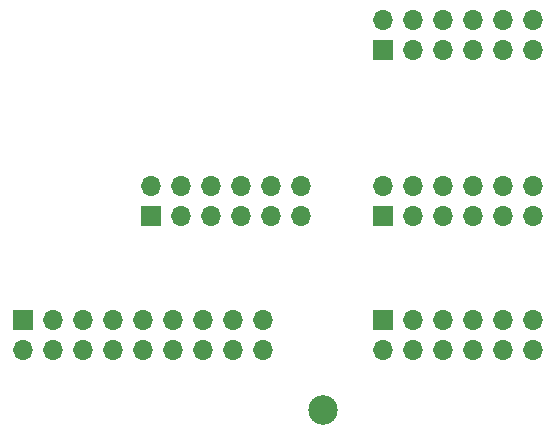
<source format=gts>
G04 #@! TF.GenerationSoftware,KiCad,Pcbnew,6.0.9-8da3e8f707~116~ubuntu20.04.1*
G04 #@! TF.CreationDate,2022-12-23T11:26:32+01:00*
G04 #@! TF.ProjectId,z_pmod,7a5f706d-6f64-42e6-9b69-6361645f7063,rev?*
G04 #@! TF.SameCoordinates,Original*
G04 #@! TF.FileFunction,Soldermask,Top*
G04 #@! TF.FilePolarity,Negative*
%FSLAX46Y46*%
G04 Gerber Fmt 4.6, Leading zero omitted, Abs format (unit mm)*
G04 Created by KiCad (PCBNEW 6.0.9-8da3e8f707~116~ubuntu20.04.1) date 2022-12-23 11:26:32*
%MOMM*%
%LPD*%
G01*
G04 APERTURE LIST*
%ADD10C,2.500000*%
%ADD11R,1.700000X1.700000*%
%ADD12O,1.700000X1.700000*%
G04 APERTURE END LIST*
D10*
X139700000Y-104140000D03*
D11*
X144780000Y-96520000D03*
D12*
X144780000Y-99060000D03*
X147320000Y-96520000D03*
X147320000Y-99060000D03*
X149860000Y-96520000D03*
X149860000Y-99060000D03*
X152400000Y-96520000D03*
X152400000Y-99060000D03*
X154940000Y-96520000D03*
X154940000Y-99060000D03*
X157480000Y-96520000D03*
X157480000Y-99060000D03*
D11*
X114300000Y-96520000D03*
D12*
X114300000Y-99060000D03*
X116840000Y-96520000D03*
X116840000Y-99060000D03*
X119380000Y-96520000D03*
X119380000Y-99060000D03*
X121920000Y-96520000D03*
X121920000Y-99060000D03*
X124460000Y-96520000D03*
X124460000Y-99060000D03*
X127000000Y-96520000D03*
X127000000Y-99060000D03*
X129540000Y-96520000D03*
X129540000Y-99060000D03*
X132080000Y-96520000D03*
X132080000Y-99060000D03*
X134620000Y-96520000D03*
X134620000Y-99060000D03*
D11*
X125080000Y-87700000D03*
D12*
X125080000Y-85160000D03*
X127620000Y-87700000D03*
X127620000Y-85160000D03*
X130160000Y-87700000D03*
X130160000Y-85160000D03*
X132700000Y-87700000D03*
X132700000Y-85160000D03*
X135240000Y-87700000D03*
X135240000Y-85160000D03*
X137780000Y-87700000D03*
X137780000Y-85160000D03*
D11*
X144780000Y-73660000D03*
D12*
X144780000Y-71120000D03*
X147320000Y-73660000D03*
X147320000Y-71120000D03*
X149860000Y-73660000D03*
X149860000Y-71120000D03*
X152400000Y-73660000D03*
X152400000Y-71120000D03*
X154940000Y-73660000D03*
X154940000Y-71120000D03*
X157480000Y-73660000D03*
X157480000Y-71120000D03*
D11*
X144780000Y-87700000D03*
D12*
X144780000Y-85160000D03*
X147320000Y-87700000D03*
X147320000Y-85160000D03*
X149860000Y-87700000D03*
X149860000Y-85160000D03*
X152400000Y-87700000D03*
X152400000Y-85160000D03*
X154940000Y-87700000D03*
X154940000Y-85160000D03*
X157480000Y-87700000D03*
X157480000Y-85160000D03*
M02*

</source>
